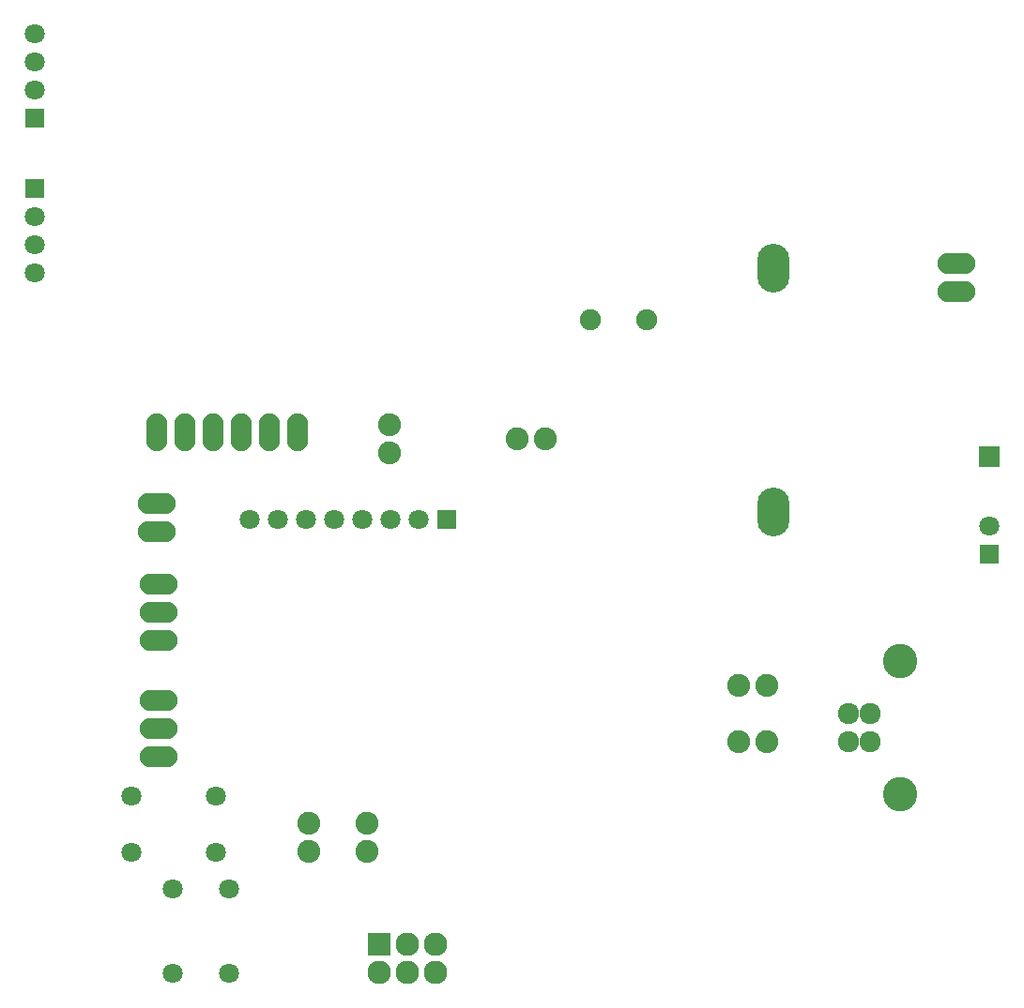
<source format=gbr>
G04 #@! TF.FileFunction,Soldermask,Bot*
%FSLAX46Y46*%
G04 Gerber Fmt 4.6, Leading zero omitted, Abs format (unit mm)*
G04 Created by KiCad (PCBNEW (2014-12-16 BZR 5324)-product) date Mo 26 Jan 2015 14:40:25 CET*
%MOMM*%
G01*
G04 APERTURE LIST*
%ADD10C,0.100000*%
%ADD11C,1.901140*%
%ADD12O,2.899360X4.400500*%
%ADD13C,1.924000*%
%ADD14C,3.100020*%
%ADD15O,3.414980X1.906220*%
%ADD16O,1.906220X3.414980*%
%ADD17R,1.797000X1.797000*%
%ADD18C,1.797000*%
%ADD19R,2.127200X2.127200*%
%ADD20O,2.127200X2.127200*%
%ADD21C,2.076400*%
%ADD22R,1.901140X1.901140*%
G04 APERTURE END LIST*
D10*
D11*
X131445000Y-74041000D03*
X136525000Y-74041000D03*
D12*
X147955000Y-69390260D03*
X147955000Y-91391740D03*
D13*
X154686000Y-112141000D03*
X154686000Y-109601000D03*
X156684980Y-109601000D03*
X156684980Y-112141000D03*
D14*
X159385000Y-116870480D03*
X159385000Y-104871520D03*
D15*
X92456000Y-113538000D03*
X92456000Y-110998000D03*
X92456000Y-108458000D03*
X92456000Y-102997000D03*
X92456000Y-100457000D03*
X92456000Y-97917000D03*
X92329000Y-90678000D03*
X92329000Y-93218000D03*
X164465000Y-68961000D03*
X164465000Y-71501000D03*
D16*
X92329000Y-84201000D03*
X94869000Y-84201000D03*
X97409000Y-84201000D03*
X99949000Y-84201000D03*
X102489000Y-84201000D03*
X105029000Y-84201000D03*
D17*
X81280000Y-55880000D03*
D18*
X81280000Y-53340000D03*
X81280000Y-50800000D03*
X81280000Y-48260000D03*
D17*
X118491000Y-92075000D03*
D18*
X115951000Y-92075000D03*
X113411000Y-92075000D03*
X110871000Y-92075000D03*
X108331000Y-92075000D03*
X105791000Y-92075000D03*
X103251000Y-92075000D03*
X100711000Y-92075000D03*
D17*
X167434000Y-95210000D03*
D18*
X167434000Y-92670000D03*
D19*
X112395000Y-130429000D03*
D20*
X112395000Y-132969000D03*
X114935000Y-130429000D03*
X114935000Y-132969000D03*
X117475000Y-130429000D03*
X117475000Y-132969000D03*
D17*
X81280000Y-62230000D03*
D18*
X81280000Y-64770000D03*
X81280000Y-67310000D03*
X81280000Y-69850000D03*
X98806000Y-125476000D03*
X93726000Y-125476000D03*
X98806000Y-133096000D03*
X93726000Y-133096000D03*
X90043000Y-117094000D03*
X90043000Y-122174000D03*
X97663000Y-117094000D03*
X97663000Y-122174000D03*
D21*
X113284000Y-83566000D03*
X113284000Y-86106000D03*
X127381000Y-84836000D03*
X124841000Y-84836000D03*
X147320000Y-107061000D03*
X144780000Y-107061000D03*
X147320000Y-112141000D03*
X144780000Y-112141000D03*
X106045000Y-119507000D03*
X106045000Y-122047000D03*
X111252000Y-119507000D03*
X111252000Y-122047000D03*
D22*
X167434000Y-86440000D03*
M02*

</source>
